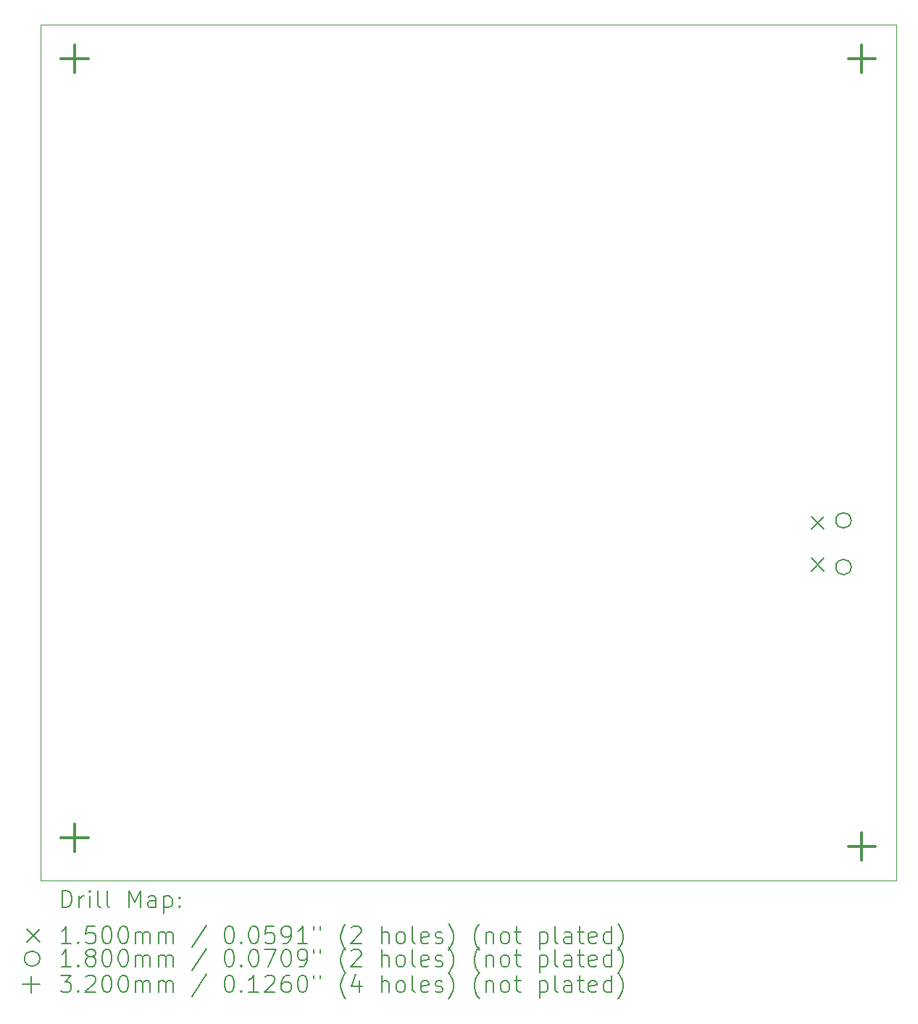
<source format=gbr>
%TF.GenerationSoftware,KiCad,Pcbnew,7.0.11+dfsg-1build4*%
%TF.CreationDate,2025-01-17T06:31:40-06:00*%
%TF.ProjectId,Metermaker,4d657465-726d-4616-9b65-722e6b696361,rev?*%
%TF.SameCoordinates,Original*%
%TF.FileFunction,Drillmap*%
%TF.FilePolarity,Positive*%
%FSLAX45Y45*%
G04 Gerber Fmt 4.5, Leading zero omitted, Abs format (unit mm)*
G04 Created by KiCad (PCBNEW 7.0.11+dfsg-1build4) date 2025-01-17 06:31:40*
%MOMM*%
%LPD*%
G01*
G04 APERTURE LIST*
%ADD10C,0.100000*%
%ADD11C,0.200000*%
%ADD12C,0.150000*%
%ADD13C,0.180000*%
%ADD14C,0.320000*%
G04 APERTURE END LIST*
D10*
X5000000Y-15000000D02*
X5000000Y-5000000D01*
X15000000Y-15000000D02*
X5000000Y-15000000D01*
X5000000Y-5000000D02*
X15000000Y-5000000D01*
X15000000Y-5000000D02*
X15000000Y-15000000D01*
D11*
D12*
X14008000Y-10748500D02*
X14158000Y-10898500D01*
X14158000Y-10748500D02*
X14008000Y-10898500D01*
X14008000Y-11233500D02*
X14158000Y-11383500D01*
X14158000Y-11233500D02*
X14008000Y-11383500D01*
D13*
X14476000Y-10793500D02*
G75*
G03*
X14296000Y-10793500I-90000J0D01*
G01*
X14296000Y-10793500D02*
G75*
G03*
X14476000Y-10793500I90000J0D01*
G01*
X14476000Y-11338500D02*
G75*
G03*
X14296000Y-11338500I-90000J0D01*
G01*
X14296000Y-11338500D02*
G75*
G03*
X14476000Y-11338500I90000J0D01*
G01*
D14*
X5400000Y-5240000D02*
X5400000Y-5560000D01*
X5240000Y-5400000D02*
X5560000Y-5400000D01*
X5400000Y-14340000D02*
X5400000Y-14660000D01*
X5240000Y-14500000D02*
X5560000Y-14500000D01*
X14600000Y-5240000D02*
X14600000Y-5560000D01*
X14440000Y-5400000D02*
X14760000Y-5400000D01*
X14600000Y-14440000D02*
X14600000Y-14760000D01*
X14440000Y-14600000D02*
X14760000Y-14600000D01*
D11*
X5255777Y-15316484D02*
X5255777Y-15116484D01*
X5255777Y-15116484D02*
X5303396Y-15116484D01*
X5303396Y-15116484D02*
X5331967Y-15126008D01*
X5331967Y-15126008D02*
X5351015Y-15145055D01*
X5351015Y-15145055D02*
X5360539Y-15164103D01*
X5360539Y-15164103D02*
X5370063Y-15202198D01*
X5370063Y-15202198D02*
X5370063Y-15230769D01*
X5370063Y-15230769D02*
X5360539Y-15268865D01*
X5360539Y-15268865D02*
X5351015Y-15287912D01*
X5351015Y-15287912D02*
X5331967Y-15306960D01*
X5331967Y-15306960D02*
X5303396Y-15316484D01*
X5303396Y-15316484D02*
X5255777Y-15316484D01*
X5455777Y-15316484D02*
X5455777Y-15183150D01*
X5455777Y-15221246D02*
X5465301Y-15202198D01*
X5465301Y-15202198D02*
X5474824Y-15192674D01*
X5474824Y-15192674D02*
X5493872Y-15183150D01*
X5493872Y-15183150D02*
X5512920Y-15183150D01*
X5579586Y-15316484D02*
X5579586Y-15183150D01*
X5579586Y-15116484D02*
X5570063Y-15126008D01*
X5570063Y-15126008D02*
X5579586Y-15135531D01*
X5579586Y-15135531D02*
X5589110Y-15126008D01*
X5589110Y-15126008D02*
X5579586Y-15116484D01*
X5579586Y-15116484D02*
X5579586Y-15135531D01*
X5703396Y-15316484D02*
X5684348Y-15306960D01*
X5684348Y-15306960D02*
X5674824Y-15287912D01*
X5674824Y-15287912D02*
X5674824Y-15116484D01*
X5808158Y-15316484D02*
X5789110Y-15306960D01*
X5789110Y-15306960D02*
X5779586Y-15287912D01*
X5779586Y-15287912D02*
X5779586Y-15116484D01*
X6036729Y-15316484D02*
X6036729Y-15116484D01*
X6036729Y-15116484D02*
X6103396Y-15259341D01*
X6103396Y-15259341D02*
X6170062Y-15116484D01*
X6170062Y-15116484D02*
X6170062Y-15316484D01*
X6351015Y-15316484D02*
X6351015Y-15211722D01*
X6351015Y-15211722D02*
X6341491Y-15192674D01*
X6341491Y-15192674D02*
X6322443Y-15183150D01*
X6322443Y-15183150D02*
X6284348Y-15183150D01*
X6284348Y-15183150D02*
X6265301Y-15192674D01*
X6351015Y-15306960D02*
X6331967Y-15316484D01*
X6331967Y-15316484D02*
X6284348Y-15316484D01*
X6284348Y-15316484D02*
X6265301Y-15306960D01*
X6265301Y-15306960D02*
X6255777Y-15287912D01*
X6255777Y-15287912D02*
X6255777Y-15268865D01*
X6255777Y-15268865D02*
X6265301Y-15249817D01*
X6265301Y-15249817D02*
X6284348Y-15240293D01*
X6284348Y-15240293D02*
X6331967Y-15240293D01*
X6331967Y-15240293D02*
X6351015Y-15230769D01*
X6446253Y-15183150D02*
X6446253Y-15383150D01*
X6446253Y-15192674D02*
X6465301Y-15183150D01*
X6465301Y-15183150D02*
X6503396Y-15183150D01*
X6503396Y-15183150D02*
X6522443Y-15192674D01*
X6522443Y-15192674D02*
X6531967Y-15202198D01*
X6531967Y-15202198D02*
X6541491Y-15221246D01*
X6541491Y-15221246D02*
X6541491Y-15278388D01*
X6541491Y-15278388D02*
X6531967Y-15297436D01*
X6531967Y-15297436D02*
X6522443Y-15306960D01*
X6522443Y-15306960D02*
X6503396Y-15316484D01*
X6503396Y-15316484D02*
X6465301Y-15316484D01*
X6465301Y-15316484D02*
X6446253Y-15306960D01*
X6627205Y-15297436D02*
X6636729Y-15306960D01*
X6636729Y-15306960D02*
X6627205Y-15316484D01*
X6627205Y-15316484D02*
X6617682Y-15306960D01*
X6617682Y-15306960D02*
X6627205Y-15297436D01*
X6627205Y-15297436D02*
X6627205Y-15316484D01*
X6627205Y-15192674D02*
X6636729Y-15202198D01*
X6636729Y-15202198D02*
X6627205Y-15211722D01*
X6627205Y-15211722D02*
X6617682Y-15202198D01*
X6617682Y-15202198D02*
X6627205Y-15192674D01*
X6627205Y-15192674D02*
X6627205Y-15211722D01*
D12*
X4845000Y-15570000D02*
X4995000Y-15720000D01*
X4995000Y-15570000D02*
X4845000Y-15720000D01*
D11*
X5360539Y-15736484D02*
X5246253Y-15736484D01*
X5303396Y-15736484D02*
X5303396Y-15536484D01*
X5303396Y-15536484D02*
X5284348Y-15565055D01*
X5284348Y-15565055D02*
X5265301Y-15584103D01*
X5265301Y-15584103D02*
X5246253Y-15593627D01*
X5446253Y-15717436D02*
X5455777Y-15726960D01*
X5455777Y-15726960D02*
X5446253Y-15736484D01*
X5446253Y-15736484D02*
X5436729Y-15726960D01*
X5436729Y-15726960D02*
X5446253Y-15717436D01*
X5446253Y-15717436D02*
X5446253Y-15736484D01*
X5636729Y-15536484D02*
X5541491Y-15536484D01*
X5541491Y-15536484D02*
X5531967Y-15631722D01*
X5531967Y-15631722D02*
X5541491Y-15622198D01*
X5541491Y-15622198D02*
X5560539Y-15612674D01*
X5560539Y-15612674D02*
X5608158Y-15612674D01*
X5608158Y-15612674D02*
X5627205Y-15622198D01*
X5627205Y-15622198D02*
X5636729Y-15631722D01*
X5636729Y-15631722D02*
X5646253Y-15650769D01*
X5646253Y-15650769D02*
X5646253Y-15698388D01*
X5646253Y-15698388D02*
X5636729Y-15717436D01*
X5636729Y-15717436D02*
X5627205Y-15726960D01*
X5627205Y-15726960D02*
X5608158Y-15736484D01*
X5608158Y-15736484D02*
X5560539Y-15736484D01*
X5560539Y-15736484D02*
X5541491Y-15726960D01*
X5541491Y-15726960D02*
X5531967Y-15717436D01*
X5770062Y-15536484D02*
X5789110Y-15536484D01*
X5789110Y-15536484D02*
X5808158Y-15546008D01*
X5808158Y-15546008D02*
X5817682Y-15555531D01*
X5817682Y-15555531D02*
X5827205Y-15574579D01*
X5827205Y-15574579D02*
X5836729Y-15612674D01*
X5836729Y-15612674D02*
X5836729Y-15660293D01*
X5836729Y-15660293D02*
X5827205Y-15698388D01*
X5827205Y-15698388D02*
X5817682Y-15717436D01*
X5817682Y-15717436D02*
X5808158Y-15726960D01*
X5808158Y-15726960D02*
X5789110Y-15736484D01*
X5789110Y-15736484D02*
X5770062Y-15736484D01*
X5770062Y-15736484D02*
X5751015Y-15726960D01*
X5751015Y-15726960D02*
X5741491Y-15717436D01*
X5741491Y-15717436D02*
X5731967Y-15698388D01*
X5731967Y-15698388D02*
X5722443Y-15660293D01*
X5722443Y-15660293D02*
X5722443Y-15612674D01*
X5722443Y-15612674D02*
X5731967Y-15574579D01*
X5731967Y-15574579D02*
X5741491Y-15555531D01*
X5741491Y-15555531D02*
X5751015Y-15546008D01*
X5751015Y-15546008D02*
X5770062Y-15536484D01*
X5960539Y-15536484D02*
X5979586Y-15536484D01*
X5979586Y-15536484D02*
X5998634Y-15546008D01*
X5998634Y-15546008D02*
X6008158Y-15555531D01*
X6008158Y-15555531D02*
X6017682Y-15574579D01*
X6017682Y-15574579D02*
X6027205Y-15612674D01*
X6027205Y-15612674D02*
X6027205Y-15660293D01*
X6027205Y-15660293D02*
X6017682Y-15698388D01*
X6017682Y-15698388D02*
X6008158Y-15717436D01*
X6008158Y-15717436D02*
X5998634Y-15726960D01*
X5998634Y-15726960D02*
X5979586Y-15736484D01*
X5979586Y-15736484D02*
X5960539Y-15736484D01*
X5960539Y-15736484D02*
X5941491Y-15726960D01*
X5941491Y-15726960D02*
X5931967Y-15717436D01*
X5931967Y-15717436D02*
X5922443Y-15698388D01*
X5922443Y-15698388D02*
X5912920Y-15660293D01*
X5912920Y-15660293D02*
X5912920Y-15612674D01*
X5912920Y-15612674D02*
X5922443Y-15574579D01*
X5922443Y-15574579D02*
X5931967Y-15555531D01*
X5931967Y-15555531D02*
X5941491Y-15546008D01*
X5941491Y-15546008D02*
X5960539Y-15536484D01*
X6112920Y-15736484D02*
X6112920Y-15603150D01*
X6112920Y-15622198D02*
X6122443Y-15612674D01*
X6122443Y-15612674D02*
X6141491Y-15603150D01*
X6141491Y-15603150D02*
X6170063Y-15603150D01*
X6170063Y-15603150D02*
X6189110Y-15612674D01*
X6189110Y-15612674D02*
X6198634Y-15631722D01*
X6198634Y-15631722D02*
X6198634Y-15736484D01*
X6198634Y-15631722D02*
X6208158Y-15612674D01*
X6208158Y-15612674D02*
X6227205Y-15603150D01*
X6227205Y-15603150D02*
X6255777Y-15603150D01*
X6255777Y-15603150D02*
X6274824Y-15612674D01*
X6274824Y-15612674D02*
X6284348Y-15631722D01*
X6284348Y-15631722D02*
X6284348Y-15736484D01*
X6379586Y-15736484D02*
X6379586Y-15603150D01*
X6379586Y-15622198D02*
X6389110Y-15612674D01*
X6389110Y-15612674D02*
X6408158Y-15603150D01*
X6408158Y-15603150D02*
X6436729Y-15603150D01*
X6436729Y-15603150D02*
X6455777Y-15612674D01*
X6455777Y-15612674D02*
X6465301Y-15631722D01*
X6465301Y-15631722D02*
X6465301Y-15736484D01*
X6465301Y-15631722D02*
X6474824Y-15612674D01*
X6474824Y-15612674D02*
X6493872Y-15603150D01*
X6493872Y-15603150D02*
X6522443Y-15603150D01*
X6522443Y-15603150D02*
X6541491Y-15612674D01*
X6541491Y-15612674D02*
X6551015Y-15631722D01*
X6551015Y-15631722D02*
X6551015Y-15736484D01*
X6941491Y-15526960D02*
X6770063Y-15784103D01*
X7198634Y-15536484D02*
X7217682Y-15536484D01*
X7217682Y-15536484D02*
X7236729Y-15546008D01*
X7236729Y-15546008D02*
X7246253Y-15555531D01*
X7246253Y-15555531D02*
X7255777Y-15574579D01*
X7255777Y-15574579D02*
X7265301Y-15612674D01*
X7265301Y-15612674D02*
X7265301Y-15660293D01*
X7265301Y-15660293D02*
X7255777Y-15698388D01*
X7255777Y-15698388D02*
X7246253Y-15717436D01*
X7246253Y-15717436D02*
X7236729Y-15726960D01*
X7236729Y-15726960D02*
X7217682Y-15736484D01*
X7217682Y-15736484D02*
X7198634Y-15736484D01*
X7198634Y-15736484D02*
X7179586Y-15726960D01*
X7179586Y-15726960D02*
X7170063Y-15717436D01*
X7170063Y-15717436D02*
X7160539Y-15698388D01*
X7160539Y-15698388D02*
X7151015Y-15660293D01*
X7151015Y-15660293D02*
X7151015Y-15612674D01*
X7151015Y-15612674D02*
X7160539Y-15574579D01*
X7160539Y-15574579D02*
X7170063Y-15555531D01*
X7170063Y-15555531D02*
X7179586Y-15546008D01*
X7179586Y-15546008D02*
X7198634Y-15536484D01*
X7351015Y-15717436D02*
X7360539Y-15726960D01*
X7360539Y-15726960D02*
X7351015Y-15736484D01*
X7351015Y-15736484D02*
X7341491Y-15726960D01*
X7341491Y-15726960D02*
X7351015Y-15717436D01*
X7351015Y-15717436D02*
X7351015Y-15736484D01*
X7484348Y-15536484D02*
X7503396Y-15536484D01*
X7503396Y-15536484D02*
X7522444Y-15546008D01*
X7522444Y-15546008D02*
X7531967Y-15555531D01*
X7531967Y-15555531D02*
X7541491Y-15574579D01*
X7541491Y-15574579D02*
X7551015Y-15612674D01*
X7551015Y-15612674D02*
X7551015Y-15660293D01*
X7551015Y-15660293D02*
X7541491Y-15698388D01*
X7541491Y-15698388D02*
X7531967Y-15717436D01*
X7531967Y-15717436D02*
X7522444Y-15726960D01*
X7522444Y-15726960D02*
X7503396Y-15736484D01*
X7503396Y-15736484D02*
X7484348Y-15736484D01*
X7484348Y-15736484D02*
X7465301Y-15726960D01*
X7465301Y-15726960D02*
X7455777Y-15717436D01*
X7455777Y-15717436D02*
X7446253Y-15698388D01*
X7446253Y-15698388D02*
X7436729Y-15660293D01*
X7436729Y-15660293D02*
X7436729Y-15612674D01*
X7436729Y-15612674D02*
X7446253Y-15574579D01*
X7446253Y-15574579D02*
X7455777Y-15555531D01*
X7455777Y-15555531D02*
X7465301Y-15546008D01*
X7465301Y-15546008D02*
X7484348Y-15536484D01*
X7731967Y-15536484D02*
X7636729Y-15536484D01*
X7636729Y-15536484D02*
X7627206Y-15631722D01*
X7627206Y-15631722D02*
X7636729Y-15622198D01*
X7636729Y-15622198D02*
X7655777Y-15612674D01*
X7655777Y-15612674D02*
X7703396Y-15612674D01*
X7703396Y-15612674D02*
X7722444Y-15622198D01*
X7722444Y-15622198D02*
X7731967Y-15631722D01*
X7731967Y-15631722D02*
X7741491Y-15650769D01*
X7741491Y-15650769D02*
X7741491Y-15698388D01*
X7741491Y-15698388D02*
X7731967Y-15717436D01*
X7731967Y-15717436D02*
X7722444Y-15726960D01*
X7722444Y-15726960D02*
X7703396Y-15736484D01*
X7703396Y-15736484D02*
X7655777Y-15736484D01*
X7655777Y-15736484D02*
X7636729Y-15726960D01*
X7636729Y-15726960D02*
X7627206Y-15717436D01*
X7836729Y-15736484D02*
X7874825Y-15736484D01*
X7874825Y-15736484D02*
X7893872Y-15726960D01*
X7893872Y-15726960D02*
X7903396Y-15717436D01*
X7903396Y-15717436D02*
X7922444Y-15688865D01*
X7922444Y-15688865D02*
X7931967Y-15650769D01*
X7931967Y-15650769D02*
X7931967Y-15574579D01*
X7931967Y-15574579D02*
X7922444Y-15555531D01*
X7922444Y-15555531D02*
X7912920Y-15546008D01*
X7912920Y-15546008D02*
X7893872Y-15536484D01*
X7893872Y-15536484D02*
X7855777Y-15536484D01*
X7855777Y-15536484D02*
X7836729Y-15546008D01*
X7836729Y-15546008D02*
X7827206Y-15555531D01*
X7827206Y-15555531D02*
X7817682Y-15574579D01*
X7817682Y-15574579D02*
X7817682Y-15622198D01*
X7817682Y-15622198D02*
X7827206Y-15641246D01*
X7827206Y-15641246D02*
X7836729Y-15650769D01*
X7836729Y-15650769D02*
X7855777Y-15660293D01*
X7855777Y-15660293D02*
X7893872Y-15660293D01*
X7893872Y-15660293D02*
X7912920Y-15650769D01*
X7912920Y-15650769D02*
X7922444Y-15641246D01*
X7922444Y-15641246D02*
X7931967Y-15622198D01*
X8122444Y-15736484D02*
X8008158Y-15736484D01*
X8065301Y-15736484D02*
X8065301Y-15536484D01*
X8065301Y-15536484D02*
X8046253Y-15565055D01*
X8046253Y-15565055D02*
X8027206Y-15584103D01*
X8027206Y-15584103D02*
X8008158Y-15593627D01*
X8198634Y-15536484D02*
X8198634Y-15574579D01*
X8274825Y-15536484D02*
X8274825Y-15574579D01*
X8570063Y-15812674D02*
X8560539Y-15803150D01*
X8560539Y-15803150D02*
X8541491Y-15774579D01*
X8541491Y-15774579D02*
X8531968Y-15755531D01*
X8531968Y-15755531D02*
X8522444Y-15726960D01*
X8522444Y-15726960D02*
X8512920Y-15679341D01*
X8512920Y-15679341D02*
X8512920Y-15641246D01*
X8512920Y-15641246D02*
X8522444Y-15593627D01*
X8522444Y-15593627D02*
X8531968Y-15565055D01*
X8531968Y-15565055D02*
X8541491Y-15546008D01*
X8541491Y-15546008D02*
X8560539Y-15517436D01*
X8560539Y-15517436D02*
X8570063Y-15507912D01*
X8636730Y-15555531D02*
X8646253Y-15546008D01*
X8646253Y-15546008D02*
X8665301Y-15536484D01*
X8665301Y-15536484D02*
X8712920Y-15536484D01*
X8712920Y-15536484D02*
X8731968Y-15546008D01*
X8731968Y-15546008D02*
X8741491Y-15555531D01*
X8741491Y-15555531D02*
X8751015Y-15574579D01*
X8751015Y-15574579D02*
X8751015Y-15593627D01*
X8751015Y-15593627D02*
X8741491Y-15622198D01*
X8741491Y-15622198D02*
X8627206Y-15736484D01*
X8627206Y-15736484D02*
X8751015Y-15736484D01*
X8989111Y-15736484D02*
X8989111Y-15536484D01*
X9074825Y-15736484D02*
X9074825Y-15631722D01*
X9074825Y-15631722D02*
X9065301Y-15612674D01*
X9065301Y-15612674D02*
X9046253Y-15603150D01*
X9046253Y-15603150D02*
X9017682Y-15603150D01*
X9017682Y-15603150D02*
X8998634Y-15612674D01*
X8998634Y-15612674D02*
X8989111Y-15622198D01*
X9198634Y-15736484D02*
X9179587Y-15726960D01*
X9179587Y-15726960D02*
X9170063Y-15717436D01*
X9170063Y-15717436D02*
X9160539Y-15698388D01*
X9160539Y-15698388D02*
X9160539Y-15641246D01*
X9160539Y-15641246D02*
X9170063Y-15622198D01*
X9170063Y-15622198D02*
X9179587Y-15612674D01*
X9179587Y-15612674D02*
X9198634Y-15603150D01*
X9198634Y-15603150D02*
X9227206Y-15603150D01*
X9227206Y-15603150D02*
X9246253Y-15612674D01*
X9246253Y-15612674D02*
X9255777Y-15622198D01*
X9255777Y-15622198D02*
X9265301Y-15641246D01*
X9265301Y-15641246D02*
X9265301Y-15698388D01*
X9265301Y-15698388D02*
X9255777Y-15717436D01*
X9255777Y-15717436D02*
X9246253Y-15726960D01*
X9246253Y-15726960D02*
X9227206Y-15736484D01*
X9227206Y-15736484D02*
X9198634Y-15736484D01*
X9379587Y-15736484D02*
X9360539Y-15726960D01*
X9360539Y-15726960D02*
X9351015Y-15707912D01*
X9351015Y-15707912D02*
X9351015Y-15536484D01*
X9531968Y-15726960D02*
X9512920Y-15736484D01*
X9512920Y-15736484D02*
X9474825Y-15736484D01*
X9474825Y-15736484D02*
X9455777Y-15726960D01*
X9455777Y-15726960D02*
X9446253Y-15707912D01*
X9446253Y-15707912D02*
X9446253Y-15631722D01*
X9446253Y-15631722D02*
X9455777Y-15612674D01*
X9455777Y-15612674D02*
X9474825Y-15603150D01*
X9474825Y-15603150D02*
X9512920Y-15603150D01*
X9512920Y-15603150D02*
X9531968Y-15612674D01*
X9531968Y-15612674D02*
X9541492Y-15631722D01*
X9541492Y-15631722D02*
X9541492Y-15650769D01*
X9541492Y-15650769D02*
X9446253Y-15669817D01*
X9617682Y-15726960D02*
X9636730Y-15736484D01*
X9636730Y-15736484D02*
X9674825Y-15736484D01*
X9674825Y-15736484D02*
X9693873Y-15726960D01*
X9693873Y-15726960D02*
X9703396Y-15707912D01*
X9703396Y-15707912D02*
X9703396Y-15698388D01*
X9703396Y-15698388D02*
X9693873Y-15679341D01*
X9693873Y-15679341D02*
X9674825Y-15669817D01*
X9674825Y-15669817D02*
X9646253Y-15669817D01*
X9646253Y-15669817D02*
X9627206Y-15660293D01*
X9627206Y-15660293D02*
X9617682Y-15641246D01*
X9617682Y-15641246D02*
X9617682Y-15631722D01*
X9617682Y-15631722D02*
X9627206Y-15612674D01*
X9627206Y-15612674D02*
X9646253Y-15603150D01*
X9646253Y-15603150D02*
X9674825Y-15603150D01*
X9674825Y-15603150D02*
X9693873Y-15612674D01*
X9770063Y-15812674D02*
X9779587Y-15803150D01*
X9779587Y-15803150D02*
X9798634Y-15774579D01*
X9798634Y-15774579D02*
X9808158Y-15755531D01*
X9808158Y-15755531D02*
X9817682Y-15726960D01*
X9817682Y-15726960D02*
X9827206Y-15679341D01*
X9827206Y-15679341D02*
X9827206Y-15641246D01*
X9827206Y-15641246D02*
X9817682Y-15593627D01*
X9817682Y-15593627D02*
X9808158Y-15565055D01*
X9808158Y-15565055D02*
X9798634Y-15546008D01*
X9798634Y-15546008D02*
X9779587Y-15517436D01*
X9779587Y-15517436D02*
X9770063Y-15507912D01*
X10131968Y-15812674D02*
X10122444Y-15803150D01*
X10122444Y-15803150D02*
X10103396Y-15774579D01*
X10103396Y-15774579D02*
X10093873Y-15755531D01*
X10093873Y-15755531D02*
X10084349Y-15726960D01*
X10084349Y-15726960D02*
X10074825Y-15679341D01*
X10074825Y-15679341D02*
X10074825Y-15641246D01*
X10074825Y-15641246D02*
X10084349Y-15593627D01*
X10084349Y-15593627D02*
X10093873Y-15565055D01*
X10093873Y-15565055D02*
X10103396Y-15546008D01*
X10103396Y-15546008D02*
X10122444Y-15517436D01*
X10122444Y-15517436D02*
X10131968Y-15507912D01*
X10208158Y-15603150D02*
X10208158Y-15736484D01*
X10208158Y-15622198D02*
X10217682Y-15612674D01*
X10217682Y-15612674D02*
X10236730Y-15603150D01*
X10236730Y-15603150D02*
X10265301Y-15603150D01*
X10265301Y-15603150D02*
X10284349Y-15612674D01*
X10284349Y-15612674D02*
X10293873Y-15631722D01*
X10293873Y-15631722D02*
X10293873Y-15736484D01*
X10417682Y-15736484D02*
X10398634Y-15726960D01*
X10398634Y-15726960D02*
X10389111Y-15717436D01*
X10389111Y-15717436D02*
X10379587Y-15698388D01*
X10379587Y-15698388D02*
X10379587Y-15641246D01*
X10379587Y-15641246D02*
X10389111Y-15622198D01*
X10389111Y-15622198D02*
X10398634Y-15612674D01*
X10398634Y-15612674D02*
X10417682Y-15603150D01*
X10417682Y-15603150D02*
X10446254Y-15603150D01*
X10446254Y-15603150D02*
X10465301Y-15612674D01*
X10465301Y-15612674D02*
X10474825Y-15622198D01*
X10474825Y-15622198D02*
X10484349Y-15641246D01*
X10484349Y-15641246D02*
X10484349Y-15698388D01*
X10484349Y-15698388D02*
X10474825Y-15717436D01*
X10474825Y-15717436D02*
X10465301Y-15726960D01*
X10465301Y-15726960D02*
X10446254Y-15736484D01*
X10446254Y-15736484D02*
X10417682Y-15736484D01*
X10541492Y-15603150D02*
X10617682Y-15603150D01*
X10570063Y-15536484D02*
X10570063Y-15707912D01*
X10570063Y-15707912D02*
X10579587Y-15726960D01*
X10579587Y-15726960D02*
X10598634Y-15736484D01*
X10598634Y-15736484D02*
X10617682Y-15736484D01*
X10836730Y-15603150D02*
X10836730Y-15803150D01*
X10836730Y-15612674D02*
X10855777Y-15603150D01*
X10855777Y-15603150D02*
X10893873Y-15603150D01*
X10893873Y-15603150D02*
X10912920Y-15612674D01*
X10912920Y-15612674D02*
X10922444Y-15622198D01*
X10922444Y-15622198D02*
X10931968Y-15641246D01*
X10931968Y-15641246D02*
X10931968Y-15698388D01*
X10931968Y-15698388D02*
X10922444Y-15717436D01*
X10922444Y-15717436D02*
X10912920Y-15726960D01*
X10912920Y-15726960D02*
X10893873Y-15736484D01*
X10893873Y-15736484D02*
X10855777Y-15736484D01*
X10855777Y-15736484D02*
X10836730Y-15726960D01*
X11046254Y-15736484D02*
X11027206Y-15726960D01*
X11027206Y-15726960D02*
X11017682Y-15707912D01*
X11017682Y-15707912D02*
X11017682Y-15536484D01*
X11208158Y-15736484D02*
X11208158Y-15631722D01*
X11208158Y-15631722D02*
X11198634Y-15612674D01*
X11198634Y-15612674D02*
X11179587Y-15603150D01*
X11179587Y-15603150D02*
X11141492Y-15603150D01*
X11141492Y-15603150D02*
X11122444Y-15612674D01*
X11208158Y-15726960D02*
X11189111Y-15736484D01*
X11189111Y-15736484D02*
X11141492Y-15736484D01*
X11141492Y-15736484D02*
X11122444Y-15726960D01*
X11122444Y-15726960D02*
X11112920Y-15707912D01*
X11112920Y-15707912D02*
X11112920Y-15688865D01*
X11112920Y-15688865D02*
X11122444Y-15669817D01*
X11122444Y-15669817D02*
X11141492Y-15660293D01*
X11141492Y-15660293D02*
X11189111Y-15660293D01*
X11189111Y-15660293D02*
X11208158Y-15650769D01*
X11274825Y-15603150D02*
X11351015Y-15603150D01*
X11303396Y-15536484D02*
X11303396Y-15707912D01*
X11303396Y-15707912D02*
X11312920Y-15726960D01*
X11312920Y-15726960D02*
X11331968Y-15736484D01*
X11331968Y-15736484D02*
X11351015Y-15736484D01*
X11493873Y-15726960D02*
X11474825Y-15736484D01*
X11474825Y-15736484D02*
X11436730Y-15736484D01*
X11436730Y-15736484D02*
X11417682Y-15726960D01*
X11417682Y-15726960D02*
X11408158Y-15707912D01*
X11408158Y-15707912D02*
X11408158Y-15631722D01*
X11408158Y-15631722D02*
X11417682Y-15612674D01*
X11417682Y-15612674D02*
X11436730Y-15603150D01*
X11436730Y-15603150D02*
X11474825Y-15603150D01*
X11474825Y-15603150D02*
X11493873Y-15612674D01*
X11493873Y-15612674D02*
X11503396Y-15631722D01*
X11503396Y-15631722D02*
X11503396Y-15650769D01*
X11503396Y-15650769D02*
X11408158Y-15669817D01*
X11674825Y-15736484D02*
X11674825Y-15536484D01*
X11674825Y-15726960D02*
X11655777Y-15736484D01*
X11655777Y-15736484D02*
X11617682Y-15736484D01*
X11617682Y-15736484D02*
X11598634Y-15726960D01*
X11598634Y-15726960D02*
X11589111Y-15717436D01*
X11589111Y-15717436D02*
X11579587Y-15698388D01*
X11579587Y-15698388D02*
X11579587Y-15641246D01*
X11579587Y-15641246D02*
X11589111Y-15622198D01*
X11589111Y-15622198D02*
X11598634Y-15612674D01*
X11598634Y-15612674D02*
X11617682Y-15603150D01*
X11617682Y-15603150D02*
X11655777Y-15603150D01*
X11655777Y-15603150D02*
X11674825Y-15612674D01*
X11751015Y-15812674D02*
X11760539Y-15803150D01*
X11760539Y-15803150D02*
X11779587Y-15774579D01*
X11779587Y-15774579D02*
X11789111Y-15755531D01*
X11789111Y-15755531D02*
X11798634Y-15726960D01*
X11798634Y-15726960D02*
X11808158Y-15679341D01*
X11808158Y-15679341D02*
X11808158Y-15641246D01*
X11808158Y-15641246D02*
X11798634Y-15593627D01*
X11798634Y-15593627D02*
X11789111Y-15565055D01*
X11789111Y-15565055D02*
X11779587Y-15546008D01*
X11779587Y-15546008D02*
X11760539Y-15517436D01*
X11760539Y-15517436D02*
X11751015Y-15507912D01*
D13*
X4995000Y-15915000D02*
G75*
G03*
X4815000Y-15915000I-90000J0D01*
G01*
X4815000Y-15915000D02*
G75*
G03*
X4995000Y-15915000I90000J0D01*
G01*
D11*
X5360539Y-16006484D02*
X5246253Y-16006484D01*
X5303396Y-16006484D02*
X5303396Y-15806484D01*
X5303396Y-15806484D02*
X5284348Y-15835055D01*
X5284348Y-15835055D02*
X5265301Y-15854103D01*
X5265301Y-15854103D02*
X5246253Y-15863627D01*
X5446253Y-15987436D02*
X5455777Y-15996960D01*
X5455777Y-15996960D02*
X5446253Y-16006484D01*
X5446253Y-16006484D02*
X5436729Y-15996960D01*
X5436729Y-15996960D02*
X5446253Y-15987436D01*
X5446253Y-15987436D02*
X5446253Y-16006484D01*
X5570063Y-15892198D02*
X5551015Y-15882674D01*
X5551015Y-15882674D02*
X5541491Y-15873150D01*
X5541491Y-15873150D02*
X5531967Y-15854103D01*
X5531967Y-15854103D02*
X5531967Y-15844579D01*
X5531967Y-15844579D02*
X5541491Y-15825531D01*
X5541491Y-15825531D02*
X5551015Y-15816008D01*
X5551015Y-15816008D02*
X5570063Y-15806484D01*
X5570063Y-15806484D02*
X5608158Y-15806484D01*
X5608158Y-15806484D02*
X5627205Y-15816008D01*
X5627205Y-15816008D02*
X5636729Y-15825531D01*
X5636729Y-15825531D02*
X5646253Y-15844579D01*
X5646253Y-15844579D02*
X5646253Y-15854103D01*
X5646253Y-15854103D02*
X5636729Y-15873150D01*
X5636729Y-15873150D02*
X5627205Y-15882674D01*
X5627205Y-15882674D02*
X5608158Y-15892198D01*
X5608158Y-15892198D02*
X5570063Y-15892198D01*
X5570063Y-15892198D02*
X5551015Y-15901722D01*
X5551015Y-15901722D02*
X5541491Y-15911246D01*
X5541491Y-15911246D02*
X5531967Y-15930293D01*
X5531967Y-15930293D02*
X5531967Y-15968388D01*
X5531967Y-15968388D02*
X5541491Y-15987436D01*
X5541491Y-15987436D02*
X5551015Y-15996960D01*
X5551015Y-15996960D02*
X5570063Y-16006484D01*
X5570063Y-16006484D02*
X5608158Y-16006484D01*
X5608158Y-16006484D02*
X5627205Y-15996960D01*
X5627205Y-15996960D02*
X5636729Y-15987436D01*
X5636729Y-15987436D02*
X5646253Y-15968388D01*
X5646253Y-15968388D02*
X5646253Y-15930293D01*
X5646253Y-15930293D02*
X5636729Y-15911246D01*
X5636729Y-15911246D02*
X5627205Y-15901722D01*
X5627205Y-15901722D02*
X5608158Y-15892198D01*
X5770062Y-15806484D02*
X5789110Y-15806484D01*
X5789110Y-15806484D02*
X5808158Y-15816008D01*
X5808158Y-15816008D02*
X5817682Y-15825531D01*
X5817682Y-15825531D02*
X5827205Y-15844579D01*
X5827205Y-15844579D02*
X5836729Y-15882674D01*
X5836729Y-15882674D02*
X5836729Y-15930293D01*
X5836729Y-15930293D02*
X5827205Y-15968388D01*
X5827205Y-15968388D02*
X5817682Y-15987436D01*
X5817682Y-15987436D02*
X5808158Y-15996960D01*
X5808158Y-15996960D02*
X5789110Y-16006484D01*
X5789110Y-16006484D02*
X5770062Y-16006484D01*
X5770062Y-16006484D02*
X5751015Y-15996960D01*
X5751015Y-15996960D02*
X5741491Y-15987436D01*
X5741491Y-15987436D02*
X5731967Y-15968388D01*
X5731967Y-15968388D02*
X5722443Y-15930293D01*
X5722443Y-15930293D02*
X5722443Y-15882674D01*
X5722443Y-15882674D02*
X5731967Y-15844579D01*
X5731967Y-15844579D02*
X5741491Y-15825531D01*
X5741491Y-15825531D02*
X5751015Y-15816008D01*
X5751015Y-15816008D02*
X5770062Y-15806484D01*
X5960539Y-15806484D02*
X5979586Y-15806484D01*
X5979586Y-15806484D02*
X5998634Y-15816008D01*
X5998634Y-15816008D02*
X6008158Y-15825531D01*
X6008158Y-15825531D02*
X6017682Y-15844579D01*
X6017682Y-15844579D02*
X6027205Y-15882674D01*
X6027205Y-15882674D02*
X6027205Y-15930293D01*
X6027205Y-15930293D02*
X6017682Y-15968388D01*
X6017682Y-15968388D02*
X6008158Y-15987436D01*
X6008158Y-15987436D02*
X5998634Y-15996960D01*
X5998634Y-15996960D02*
X5979586Y-16006484D01*
X5979586Y-16006484D02*
X5960539Y-16006484D01*
X5960539Y-16006484D02*
X5941491Y-15996960D01*
X5941491Y-15996960D02*
X5931967Y-15987436D01*
X5931967Y-15987436D02*
X5922443Y-15968388D01*
X5922443Y-15968388D02*
X5912920Y-15930293D01*
X5912920Y-15930293D02*
X5912920Y-15882674D01*
X5912920Y-15882674D02*
X5922443Y-15844579D01*
X5922443Y-15844579D02*
X5931967Y-15825531D01*
X5931967Y-15825531D02*
X5941491Y-15816008D01*
X5941491Y-15816008D02*
X5960539Y-15806484D01*
X6112920Y-16006484D02*
X6112920Y-15873150D01*
X6112920Y-15892198D02*
X6122443Y-15882674D01*
X6122443Y-15882674D02*
X6141491Y-15873150D01*
X6141491Y-15873150D02*
X6170063Y-15873150D01*
X6170063Y-15873150D02*
X6189110Y-15882674D01*
X6189110Y-15882674D02*
X6198634Y-15901722D01*
X6198634Y-15901722D02*
X6198634Y-16006484D01*
X6198634Y-15901722D02*
X6208158Y-15882674D01*
X6208158Y-15882674D02*
X6227205Y-15873150D01*
X6227205Y-15873150D02*
X6255777Y-15873150D01*
X6255777Y-15873150D02*
X6274824Y-15882674D01*
X6274824Y-15882674D02*
X6284348Y-15901722D01*
X6284348Y-15901722D02*
X6284348Y-16006484D01*
X6379586Y-16006484D02*
X6379586Y-15873150D01*
X6379586Y-15892198D02*
X6389110Y-15882674D01*
X6389110Y-15882674D02*
X6408158Y-15873150D01*
X6408158Y-15873150D02*
X6436729Y-15873150D01*
X6436729Y-15873150D02*
X6455777Y-15882674D01*
X6455777Y-15882674D02*
X6465301Y-15901722D01*
X6465301Y-15901722D02*
X6465301Y-16006484D01*
X6465301Y-15901722D02*
X6474824Y-15882674D01*
X6474824Y-15882674D02*
X6493872Y-15873150D01*
X6493872Y-15873150D02*
X6522443Y-15873150D01*
X6522443Y-15873150D02*
X6541491Y-15882674D01*
X6541491Y-15882674D02*
X6551015Y-15901722D01*
X6551015Y-15901722D02*
X6551015Y-16006484D01*
X6941491Y-15796960D02*
X6770063Y-16054103D01*
X7198634Y-15806484D02*
X7217682Y-15806484D01*
X7217682Y-15806484D02*
X7236729Y-15816008D01*
X7236729Y-15816008D02*
X7246253Y-15825531D01*
X7246253Y-15825531D02*
X7255777Y-15844579D01*
X7255777Y-15844579D02*
X7265301Y-15882674D01*
X7265301Y-15882674D02*
X7265301Y-15930293D01*
X7265301Y-15930293D02*
X7255777Y-15968388D01*
X7255777Y-15968388D02*
X7246253Y-15987436D01*
X7246253Y-15987436D02*
X7236729Y-15996960D01*
X7236729Y-15996960D02*
X7217682Y-16006484D01*
X7217682Y-16006484D02*
X7198634Y-16006484D01*
X7198634Y-16006484D02*
X7179586Y-15996960D01*
X7179586Y-15996960D02*
X7170063Y-15987436D01*
X7170063Y-15987436D02*
X7160539Y-15968388D01*
X7160539Y-15968388D02*
X7151015Y-15930293D01*
X7151015Y-15930293D02*
X7151015Y-15882674D01*
X7151015Y-15882674D02*
X7160539Y-15844579D01*
X7160539Y-15844579D02*
X7170063Y-15825531D01*
X7170063Y-15825531D02*
X7179586Y-15816008D01*
X7179586Y-15816008D02*
X7198634Y-15806484D01*
X7351015Y-15987436D02*
X7360539Y-15996960D01*
X7360539Y-15996960D02*
X7351015Y-16006484D01*
X7351015Y-16006484D02*
X7341491Y-15996960D01*
X7341491Y-15996960D02*
X7351015Y-15987436D01*
X7351015Y-15987436D02*
X7351015Y-16006484D01*
X7484348Y-15806484D02*
X7503396Y-15806484D01*
X7503396Y-15806484D02*
X7522444Y-15816008D01*
X7522444Y-15816008D02*
X7531967Y-15825531D01*
X7531967Y-15825531D02*
X7541491Y-15844579D01*
X7541491Y-15844579D02*
X7551015Y-15882674D01*
X7551015Y-15882674D02*
X7551015Y-15930293D01*
X7551015Y-15930293D02*
X7541491Y-15968388D01*
X7541491Y-15968388D02*
X7531967Y-15987436D01*
X7531967Y-15987436D02*
X7522444Y-15996960D01*
X7522444Y-15996960D02*
X7503396Y-16006484D01*
X7503396Y-16006484D02*
X7484348Y-16006484D01*
X7484348Y-16006484D02*
X7465301Y-15996960D01*
X7465301Y-15996960D02*
X7455777Y-15987436D01*
X7455777Y-15987436D02*
X7446253Y-15968388D01*
X7446253Y-15968388D02*
X7436729Y-15930293D01*
X7436729Y-15930293D02*
X7436729Y-15882674D01*
X7436729Y-15882674D02*
X7446253Y-15844579D01*
X7446253Y-15844579D02*
X7455777Y-15825531D01*
X7455777Y-15825531D02*
X7465301Y-15816008D01*
X7465301Y-15816008D02*
X7484348Y-15806484D01*
X7617682Y-15806484D02*
X7751015Y-15806484D01*
X7751015Y-15806484D02*
X7665301Y-16006484D01*
X7865301Y-15806484D02*
X7884348Y-15806484D01*
X7884348Y-15806484D02*
X7903396Y-15816008D01*
X7903396Y-15816008D02*
X7912920Y-15825531D01*
X7912920Y-15825531D02*
X7922444Y-15844579D01*
X7922444Y-15844579D02*
X7931967Y-15882674D01*
X7931967Y-15882674D02*
X7931967Y-15930293D01*
X7931967Y-15930293D02*
X7922444Y-15968388D01*
X7922444Y-15968388D02*
X7912920Y-15987436D01*
X7912920Y-15987436D02*
X7903396Y-15996960D01*
X7903396Y-15996960D02*
X7884348Y-16006484D01*
X7884348Y-16006484D02*
X7865301Y-16006484D01*
X7865301Y-16006484D02*
X7846253Y-15996960D01*
X7846253Y-15996960D02*
X7836729Y-15987436D01*
X7836729Y-15987436D02*
X7827206Y-15968388D01*
X7827206Y-15968388D02*
X7817682Y-15930293D01*
X7817682Y-15930293D02*
X7817682Y-15882674D01*
X7817682Y-15882674D02*
X7827206Y-15844579D01*
X7827206Y-15844579D02*
X7836729Y-15825531D01*
X7836729Y-15825531D02*
X7846253Y-15816008D01*
X7846253Y-15816008D02*
X7865301Y-15806484D01*
X8027206Y-16006484D02*
X8065301Y-16006484D01*
X8065301Y-16006484D02*
X8084348Y-15996960D01*
X8084348Y-15996960D02*
X8093872Y-15987436D01*
X8093872Y-15987436D02*
X8112920Y-15958865D01*
X8112920Y-15958865D02*
X8122444Y-15920769D01*
X8122444Y-15920769D02*
X8122444Y-15844579D01*
X8122444Y-15844579D02*
X8112920Y-15825531D01*
X8112920Y-15825531D02*
X8103396Y-15816008D01*
X8103396Y-15816008D02*
X8084348Y-15806484D01*
X8084348Y-15806484D02*
X8046253Y-15806484D01*
X8046253Y-15806484D02*
X8027206Y-15816008D01*
X8027206Y-15816008D02*
X8017682Y-15825531D01*
X8017682Y-15825531D02*
X8008158Y-15844579D01*
X8008158Y-15844579D02*
X8008158Y-15892198D01*
X8008158Y-15892198D02*
X8017682Y-15911246D01*
X8017682Y-15911246D02*
X8027206Y-15920769D01*
X8027206Y-15920769D02*
X8046253Y-15930293D01*
X8046253Y-15930293D02*
X8084348Y-15930293D01*
X8084348Y-15930293D02*
X8103396Y-15920769D01*
X8103396Y-15920769D02*
X8112920Y-15911246D01*
X8112920Y-15911246D02*
X8122444Y-15892198D01*
X8198634Y-15806484D02*
X8198634Y-15844579D01*
X8274825Y-15806484D02*
X8274825Y-15844579D01*
X8570063Y-16082674D02*
X8560539Y-16073150D01*
X8560539Y-16073150D02*
X8541491Y-16044579D01*
X8541491Y-16044579D02*
X8531968Y-16025531D01*
X8531968Y-16025531D02*
X8522444Y-15996960D01*
X8522444Y-15996960D02*
X8512920Y-15949341D01*
X8512920Y-15949341D02*
X8512920Y-15911246D01*
X8512920Y-15911246D02*
X8522444Y-15863627D01*
X8522444Y-15863627D02*
X8531968Y-15835055D01*
X8531968Y-15835055D02*
X8541491Y-15816008D01*
X8541491Y-15816008D02*
X8560539Y-15787436D01*
X8560539Y-15787436D02*
X8570063Y-15777912D01*
X8636730Y-15825531D02*
X8646253Y-15816008D01*
X8646253Y-15816008D02*
X8665301Y-15806484D01*
X8665301Y-15806484D02*
X8712920Y-15806484D01*
X8712920Y-15806484D02*
X8731968Y-15816008D01*
X8731968Y-15816008D02*
X8741491Y-15825531D01*
X8741491Y-15825531D02*
X8751015Y-15844579D01*
X8751015Y-15844579D02*
X8751015Y-15863627D01*
X8751015Y-15863627D02*
X8741491Y-15892198D01*
X8741491Y-15892198D02*
X8627206Y-16006484D01*
X8627206Y-16006484D02*
X8751015Y-16006484D01*
X8989111Y-16006484D02*
X8989111Y-15806484D01*
X9074825Y-16006484D02*
X9074825Y-15901722D01*
X9074825Y-15901722D02*
X9065301Y-15882674D01*
X9065301Y-15882674D02*
X9046253Y-15873150D01*
X9046253Y-15873150D02*
X9017682Y-15873150D01*
X9017682Y-15873150D02*
X8998634Y-15882674D01*
X8998634Y-15882674D02*
X8989111Y-15892198D01*
X9198634Y-16006484D02*
X9179587Y-15996960D01*
X9179587Y-15996960D02*
X9170063Y-15987436D01*
X9170063Y-15987436D02*
X9160539Y-15968388D01*
X9160539Y-15968388D02*
X9160539Y-15911246D01*
X9160539Y-15911246D02*
X9170063Y-15892198D01*
X9170063Y-15892198D02*
X9179587Y-15882674D01*
X9179587Y-15882674D02*
X9198634Y-15873150D01*
X9198634Y-15873150D02*
X9227206Y-15873150D01*
X9227206Y-15873150D02*
X9246253Y-15882674D01*
X9246253Y-15882674D02*
X9255777Y-15892198D01*
X9255777Y-15892198D02*
X9265301Y-15911246D01*
X9265301Y-15911246D02*
X9265301Y-15968388D01*
X9265301Y-15968388D02*
X9255777Y-15987436D01*
X9255777Y-15987436D02*
X9246253Y-15996960D01*
X9246253Y-15996960D02*
X9227206Y-16006484D01*
X9227206Y-16006484D02*
X9198634Y-16006484D01*
X9379587Y-16006484D02*
X9360539Y-15996960D01*
X9360539Y-15996960D02*
X9351015Y-15977912D01*
X9351015Y-15977912D02*
X9351015Y-15806484D01*
X9531968Y-15996960D02*
X9512920Y-16006484D01*
X9512920Y-16006484D02*
X9474825Y-16006484D01*
X9474825Y-16006484D02*
X9455777Y-15996960D01*
X9455777Y-15996960D02*
X9446253Y-15977912D01*
X9446253Y-15977912D02*
X9446253Y-15901722D01*
X9446253Y-15901722D02*
X9455777Y-15882674D01*
X9455777Y-15882674D02*
X9474825Y-15873150D01*
X9474825Y-15873150D02*
X9512920Y-15873150D01*
X9512920Y-15873150D02*
X9531968Y-15882674D01*
X9531968Y-15882674D02*
X9541492Y-15901722D01*
X9541492Y-15901722D02*
X9541492Y-15920769D01*
X9541492Y-15920769D02*
X9446253Y-15939817D01*
X9617682Y-15996960D02*
X9636730Y-16006484D01*
X9636730Y-16006484D02*
X9674825Y-16006484D01*
X9674825Y-16006484D02*
X9693873Y-15996960D01*
X9693873Y-15996960D02*
X9703396Y-15977912D01*
X9703396Y-15977912D02*
X9703396Y-15968388D01*
X9703396Y-15968388D02*
X9693873Y-15949341D01*
X9693873Y-15949341D02*
X9674825Y-15939817D01*
X9674825Y-15939817D02*
X9646253Y-15939817D01*
X9646253Y-15939817D02*
X9627206Y-15930293D01*
X9627206Y-15930293D02*
X9617682Y-15911246D01*
X9617682Y-15911246D02*
X9617682Y-15901722D01*
X9617682Y-15901722D02*
X9627206Y-15882674D01*
X9627206Y-15882674D02*
X9646253Y-15873150D01*
X9646253Y-15873150D02*
X9674825Y-15873150D01*
X9674825Y-15873150D02*
X9693873Y-15882674D01*
X9770063Y-16082674D02*
X9779587Y-16073150D01*
X9779587Y-16073150D02*
X9798634Y-16044579D01*
X9798634Y-16044579D02*
X9808158Y-16025531D01*
X9808158Y-16025531D02*
X9817682Y-15996960D01*
X9817682Y-15996960D02*
X9827206Y-15949341D01*
X9827206Y-15949341D02*
X9827206Y-15911246D01*
X9827206Y-15911246D02*
X9817682Y-15863627D01*
X9817682Y-15863627D02*
X9808158Y-15835055D01*
X9808158Y-15835055D02*
X9798634Y-15816008D01*
X9798634Y-15816008D02*
X9779587Y-15787436D01*
X9779587Y-15787436D02*
X9770063Y-15777912D01*
X10131968Y-16082674D02*
X10122444Y-16073150D01*
X10122444Y-16073150D02*
X10103396Y-16044579D01*
X10103396Y-16044579D02*
X10093873Y-16025531D01*
X10093873Y-16025531D02*
X10084349Y-15996960D01*
X10084349Y-15996960D02*
X10074825Y-15949341D01*
X10074825Y-15949341D02*
X10074825Y-15911246D01*
X10074825Y-15911246D02*
X10084349Y-15863627D01*
X10084349Y-15863627D02*
X10093873Y-15835055D01*
X10093873Y-15835055D02*
X10103396Y-15816008D01*
X10103396Y-15816008D02*
X10122444Y-15787436D01*
X10122444Y-15787436D02*
X10131968Y-15777912D01*
X10208158Y-15873150D02*
X10208158Y-16006484D01*
X10208158Y-15892198D02*
X10217682Y-15882674D01*
X10217682Y-15882674D02*
X10236730Y-15873150D01*
X10236730Y-15873150D02*
X10265301Y-15873150D01*
X10265301Y-15873150D02*
X10284349Y-15882674D01*
X10284349Y-15882674D02*
X10293873Y-15901722D01*
X10293873Y-15901722D02*
X10293873Y-16006484D01*
X10417682Y-16006484D02*
X10398634Y-15996960D01*
X10398634Y-15996960D02*
X10389111Y-15987436D01*
X10389111Y-15987436D02*
X10379587Y-15968388D01*
X10379587Y-15968388D02*
X10379587Y-15911246D01*
X10379587Y-15911246D02*
X10389111Y-15892198D01*
X10389111Y-15892198D02*
X10398634Y-15882674D01*
X10398634Y-15882674D02*
X10417682Y-15873150D01*
X10417682Y-15873150D02*
X10446254Y-15873150D01*
X10446254Y-15873150D02*
X10465301Y-15882674D01*
X10465301Y-15882674D02*
X10474825Y-15892198D01*
X10474825Y-15892198D02*
X10484349Y-15911246D01*
X10484349Y-15911246D02*
X10484349Y-15968388D01*
X10484349Y-15968388D02*
X10474825Y-15987436D01*
X10474825Y-15987436D02*
X10465301Y-15996960D01*
X10465301Y-15996960D02*
X10446254Y-16006484D01*
X10446254Y-16006484D02*
X10417682Y-16006484D01*
X10541492Y-15873150D02*
X10617682Y-15873150D01*
X10570063Y-15806484D02*
X10570063Y-15977912D01*
X10570063Y-15977912D02*
X10579587Y-15996960D01*
X10579587Y-15996960D02*
X10598634Y-16006484D01*
X10598634Y-16006484D02*
X10617682Y-16006484D01*
X10836730Y-15873150D02*
X10836730Y-16073150D01*
X10836730Y-15882674D02*
X10855777Y-15873150D01*
X10855777Y-15873150D02*
X10893873Y-15873150D01*
X10893873Y-15873150D02*
X10912920Y-15882674D01*
X10912920Y-15882674D02*
X10922444Y-15892198D01*
X10922444Y-15892198D02*
X10931968Y-15911246D01*
X10931968Y-15911246D02*
X10931968Y-15968388D01*
X10931968Y-15968388D02*
X10922444Y-15987436D01*
X10922444Y-15987436D02*
X10912920Y-15996960D01*
X10912920Y-15996960D02*
X10893873Y-16006484D01*
X10893873Y-16006484D02*
X10855777Y-16006484D01*
X10855777Y-16006484D02*
X10836730Y-15996960D01*
X11046254Y-16006484D02*
X11027206Y-15996960D01*
X11027206Y-15996960D02*
X11017682Y-15977912D01*
X11017682Y-15977912D02*
X11017682Y-15806484D01*
X11208158Y-16006484D02*
X11208158Y-15901722D01*
X11208158Y-15901722D02*
X11198634Y-15882674D01*
X11198634Y-15882674D02*
X11179587Y-15873150D01*
X11179587Y-15873150D02*
X11141492Y-15873150D01*
X11141492Y-15873150D02*
X11122444Y-15882674D01*
X11208158Y-15996960D02*
X11189111Y-16006484D01*
X11189111Y-16006484D02*
X11141492Y-16006484D01*
X11141492Y-16006484D02*
X11122444Y-15996960D01*
X11122444Y-15996960D02*
X11112920Y-15977912D01*
X11112920Y-15977912D02*
X11112920Y-15958865D01*
X11112920Y-15958865D02*
X11122444Y-15939817D01*
X11122444Y-15939817D02*
X11141492Y-15930293D01*
X11141492Y-15930293D02*
X11189111Y-15930293D01*
X11189111Y-15930293D02*
X11208158Y-15920769D01*
X11274825Y-15873150D02*
X11351015Y-15873150D01*
X11303396Y-15806484D02*
X11303396Y-15977912D01*
X11303396Y-15977912D02*
X11312920Y-15996960D01*
X11312920Y-15996960D02*
X11331968Y-16006484D01*
X11331968Y-16006484D02*
X11351015Y-16006484D01*
X11493873Y-15996960D02*
X11474825Y-16006484D01*
X11474825Y-16006484D02*
X11436730Y-16006484D01*
X11436730Y-16006484D02*
X11417682Y-15996960D01*
X11417682Y-15996960D02*
X11408158Y-15977912D01*
X11408158Y-15977912D02*
X11408158Y-15901722D01*
X11408158Y-15901722D02*
X11417682Y-15882674D01*
X11417682Y-15882674D02*
X11436730Y-15873150D01*
X11436730Y-15873150D02*
X11474825Y-15873150D01*
X11474825Y-15873150D02*
X11493873Y-15882674D01*
X11493873Y-15882674D02*
X11503396Y-15901722D01*
X11503396Y-15901722D02*
X11503396Y-15920769D01*
X11503396Y-15920769D02*
X11408158Y-15939817D01*
X11674825Y-16006484D02*
X11674825Y-15806484D01*
X11674825Y-15996960D02*
X11655777Y-16006484D01*
X11655777Y-16006484D02*
X11617682Y-16006484D01*
X11617682Y-16006484D02*
X11598634Y-15996960D01*
X11598634Y-15996960D02*
X11589111Y-15987436D01*
X11589111Y-15987436D02*
X11579587Y-15968388D01*
X11579587Y-15968388D02*
X11579587Y-15911246D01*
X11579587Y-15911246D02*
X11589111Y-15892198D01*
X11589111Y-15892198D02*
X11598634Y-15882674D01*
X11598634Y-15882674D02*
X11617682Y-15873150D01*
X11617682Y-15873150D02*
X11655777Y-15873150D01*
X11655777Y-15873150D02*
X11674825Y-15882674D01*
X11751015Y-16082674D02*
X11760539Y-16073150D01*
X11760539Y-16073150D02*
X11779587Y-16044579D01*
X11779587Y-16044579D02*
X11789111Y-16025531D01*
X11789111Y-16025531D02*
X11798634Y-15996960D01*
X11798634Y-15996960D02*
X11808158Y-15949341D01*
X11808158Y-15949341D02*
X11808158Y-15911246D01*
X11808158Y-15911246D02*
X11798634Y-15863627D01*
X11798634Y-15863627D02*
X11789111Y-15835055D01*
X11789111Y-15835055D02*
X11779587Y-15816008D01*
X11779587Y-15816008D02*
X11760539Y-15787436D01*
X11760539Y-15787436D02*
X11751015Y-15777912D01*
X4895000Y-16115000D02*
X4895000Y-16315000D01*
X4795000Y-16215000D02*
X4995000Y-16215000D01*
X5236729Y-16106484D02*
X5360539Y-16106484D01*
X5360539Y-16106484D02*
X5293872Y-16182674D01*
X5293872Y-16182674D02*
X5322444Y-16182674D01*
X5322444Y-16182674D02*
X5341491Y-16192198D01*
X5341491Y-16192198D02*
X5351015Y-16201722D01*
X5351015Y-16201722D02*
X5360539Y-16220769D01*
X5360539Y-16220769D02*
X5360539Y-16268388D01*
X5360539Y-16268388D02*
X5351015Y-16287436D01*
X5351015Y-16287436D02*
X5341491Y-16296960D01*
X5341491Y-16296960D02*
X5322444Y-16306484D01*
X5322444Y-16306484D02*
X5265301Y-16306484D01*
X5265301Y-16306484D02*
X5246253Y-16296960D01*
X5246253Y-16296960D02*
X5236729Y-16287436D01*
X5446253Y-16287436D02*
X5455777Y-16296960D01*
X5455777Y-16296960D02*
X5446253Y-16306484D01*
X5446253Y-16306484D02*
X5436729Y-16296960D01*
X5436729Y-16296960D02*
X5446253Y-16287436D01*
X5446253Y-16287436D02*
X5446253Y-16306484D01*
X5531967Y-16125531D02*
X5541491Y-16116008D01*
X5541491Y-16116008D02*
X5560539Y-16106484D01*
X5560539Y-16106484D02*
X5608158Y-16106484D01*
X5608158Y-16106484D02*
X5627205Y-16116008D01*
X5627205Y-16116008D02*
X5636729Y-16125531D01*
X5636729Y-16125531D02*
X5646253Y-16144579D01*
X5646253Y-16144579D02*
X5646253Y-16163627D01*
X5646253Y-16163627D02*
X5636729Y-16192198D01*
X5636729Y-16192198D02*
X5522444Y-16306484D01*
X5522444Y-16306484D02*
X5646253Y-16306484D01*
X5770062Y-16106484D02*
X5789110Y-16106484D01*
X5789110Y-16106484D02*
X5808158Y-16116008D01*
X5808158Y-16116008D02*
X5817682Y-16125531D01*
X5817682Y-16125531D02*
X5827205Y-16144579D01*
X5827205Y-16144579D02*
X5836729Y-16182674D01*
X5836729Y-16182674D02*
X5836729Y-16230293D01*
X5836729Y-16230293D02*
X5827205Y-16268388D01*
X5827205Y-16268388D02*
X5817682Y-16287436D01*
X5817682Y-16287436D02*
X5808158Y-16296960D01*
X5808158Y-16296960D02*
X5789110Y-16306484D01*
X5789110Y-16306484D02*
X5770062Y-16306484D01*
X5770062Y-16306484D02*
X5751015Y-16296960D01*
X5751015Y-16296960D02*
X5741491Y-16287436D01*
X5741491Y-16287436D02*
X5731967Y-16268388D01*
X5731967Y-16268388D02*
X5722443Y-16230293D01*
X5722443Y-16230293D02*
X5722443Y-16182674D01*
X5722443Y-16182674D02*
X5731967Y-16144579D01*
X5731967Y-16144579D02*
X5741491Y-16125531D01*
X5741491Y-16125531D02*
X5751015Y-16116008D01*
X5751015Y-16116008D02*
X5770062Y-16106484D01*
X5960539Y-16106484D02*
X5979586Y-16106484D01*
X5979586Y-16106484D02*
X5998634Y-16116008D01*
X5998634Y-16116008D02*
X6008158Y-16125531D01*
X6008158Y-16125531D02*
X6017682Y-16144579D01*
X6017682Y-16144579D02*
X6027205Y-16182674D01*
X6027205Y-16182674D02*
X6027205Y-16230293D01*
X6027205Y-16230293D02*
X6017682Y-16268388D01*
X6017682Y-16268388D02*
X6008158Y-16287436D01*
X6008158Y-16287436D02*
X5998634Y-16296960D01*
X5998634Y-16296960D02*
X5979586Y-16306484D01*
X5979586Y-16306484D02*
X5960539Y-16306484D01*
X5960539Y-16306484D02*
X5941491Y-16296960D01*
X5941491Y-16296960D02*
X5931967Y-16287436D01*
X5931967Y-16287436D02*
X5922443Y-16268388D01*
X5922443Y-16268388D02*
X5912920Y-16230293D01*
X5912920Y-16230293D02*
X5912920Y-16182674D01*
X5912920Y-16182674D02*
X5922443Y-16144579D01*
X5922443Y-16144579D02*
X5931967Y-16125531D01*
X5931967Y-16125531D02*
X5941491Y-16116008D01*
X5941491Y-16116008D02*
X5960539Y-16106484D01*
X6112920Y-16306484D02*
X6112920Y-16173150D01*
X6112920Y-16192198D02*
X6122443Y-16182674D01*
X6122443Y-16182674D02*
X6141491Y-16173150D01*
X6141491Y-16173150D02*
X6170063Y-16173150D01*
X6170063Y-16173150D02*
X6189110Y-16182674D01*
X6189110Y-16182674D02*
X6198634Y-16201722D01*
X6198634Y-16201722D02*
X6198634Y-16306484D01*
X6198634Y-16201722D02*
X6208158Y-16182674D01*
X6208158Y-16182674D02*
X6227205Y-16173150D01*
X6227205Y-16173150D02*
X6255777Y-16173150D01*
X6255777Y-16173150D02*
X6274824Y-16182674D01*
X6274824Y-16182674D02*
X6284348Y-16201722D01*
X6284348Y-16201722D02*
X6284348Y-16306484D01*
X6379586Y-16306484D02*
X6379586Y-16173150D01*
X6379586Y-16192198D02*
X6389110Y-16182674D01*
X6389110Y-16182674D02*
X6408158Y-16173150D01*
X6408158Y-16173150D02*
X6436729Y-16173150D01*
X6436729Y-16173150D02*
X6455777Y-16182674D01*
X6455777Y-16182674D02*
X6465301Y-16201722D01*
X6465301Y-16201722D02*
X6465301Y-16306484D01*
X6465301Y-16201722D02*
X6474824Y-16182674D01*
X6474824Y-16182674D02*
X6493872Y-16173150D01*
X6493872Y-16173150D02*
X6522443Y-16173150D01*
X6522443Y-16173150D02*
X6541491Y-16182674D01*
X6541491Y-16182674D02*
X6551015Y-16201722D01*
X6551015Y-16201722D02*
X6551015Y-16306484D01*
X6941491Y-16096960D02*
X6770063Y-16354103D01*
X7198634Y-16106484D02*
X7217682Y-16106484D01*
X7217682Y-16106484D02*
X7236729Y-16116008D01*
X7236729Y-16116008D02*
X7246253Y-16125531D01*
X7246253Y-16125531D02*
X7255777Y-16144579D01*
X7255777Y-16144579D02*
X7265301Y-16182674D01*
X7265301Y-16182674D02*
X7265301Y-16230293D01*
X7265301Y-16230293D02*
X7255777Y-16268388D01*
X7255777Y-16268388D02*
X7246253Y-16287436D01*
X7246253Y-16287436D02*
X7236729Y-16296960D01*
X7236729Y-16296960D02*
X7217682Y-16306484D01*
X7217682Y-16306484D02*
X7198634Y-16306484D01*
X7198634Y-16306484D02*
X7179586Y-16296960D01*
X7179586Y-16296960D02*
X7170063Y-16287436D01*
X7170063Y-16287436D02*
X7160539Y-16268388D01*
X7160539Y-16268388D02*
X7151015Y-16230293D01*
X7151015Y-16230293D02*
X7151015Y-16182674D01*
X7151015Y-16182674D02*
X7160539Y-16144579D01*
X7160539Y-16144579D02*
X7170063Y-16125531D01*
X7170063Y-16125531D02*
X7179586Y-16116008D01*
X7179586Y-16116008D02*
X7198634Y-16106484D01*
X7351015Y-16287436D02*
X7360539Y-16296960D01*
X7360539Y-16296960D02*
X7351015Y-16306484D01*
X7351015Y-16306484D02*
X7341491Y-16296960D01*
X7341491Y-16296960D02*
X7351015Y-16287436D01*
X7351015Y-16287436D02*
X7351015Y-16306484D01*
X7551015Y-16306484D02*
X7436729Y-16306484D01*
X7493872Y-16306484D02*
X7493872Y-16106484D01*
X7493872Y-16106484D02*
X7474825Y-16135055D01*
X7474825Y-16135055D02*
X7455777Y-16154103D01*
X7455777Y-16154103D02*
X7436729Y-16163627D01*
X7627206Y-16125531D02*
X7636729Y-16116008D01*
X7636729Y-16116008D02*
X7655777Y-16106484D01*
X7655777Y-16106484D02*
X7703396Y-16106484D01*
X7703396Y-16106484D02*
X7722444Y-16116008D01*
X7722444Y-16116008D02*
X7731967Y-16125531D01*
X7731967Y-16125531D02*
X7741491Y-16144579D01*
X7741491Y-16144579D02*
X7741491Y-16163627D01*
X7741491Y-16163627D02*
X7731967Y-16192198D01*
X7731967Y-16192198D02*
X7617682Y-16306484D01*
X7617682Y-16306484D02*
X7741491Y-16306484D01*
X7912920Y-16106484D02*
X7874825Y-16106484D01*
X7874825Y-16106484D02*
X7855777Y-16116008D01*
X7855777Y-16116008D02*
X7846253Y-16125531D01*
X7846253Y-16125531D02*
X7827206Y-16154103D01*
X7827206Y-16154103D02*
X7817682Y-16192198D01*
X7817682Y-16192198D02*
X7817682Y-16268388D01*
X7817682Y-16268388D02*
X7827206Y-16287436D01*
X7827206Y-16287436D02*
X7836729Y-16296960D01*
X7836729Y-16296960D02*
X7855777Y-16306484D01*
X7855777Y-16306484D02*
X7893872Y-16306484D01*
X7893872Y-16306484D02*
X7912920Y-16296960D01*
X7912920Y-16296960D02*
X7922444Y-16287436D01*
X7922444Y-16287436D02*
X7931967Y-16268388D01*
X7931967Y-16268388D02*
X7931967Y-16220769D01*
X7931967Y-16220769D02*
X7922444Y-16201722D01*
X7922444Y-16201722D02*
X7912920Y-16192198D01*
X7912920Y-16192198D02*
X7893872Y-16182674D01*
X7893872Y-16182674D02*
X7855777Y-16182674D01*
X7855777Y-16182674D02*
X7836729Y-16192198D01*
X7836729Y-16192198D02*
X7827206Y-16201722D01*
X7827206Y-16201722D02*
X7817682Y-16220769D01*
X8055777Y-16106484D02*
X8074825Y-16106484D01*
X8074825Y-16106484D02*
X8093872Y-16116008D01*
X8093872Y-16116008D02*
X8103396Y-16125531D01*
X8103396Y-16125531D02*
X8112920Y-16144579D01*
X8112920Y-16144579D02*
X8122444Y-16182674D01*
X8122444Y-16182674D02*
X8122444Y-16230293D01*
X8122444Y-16230293D02*
X8112920Y-16268388D01*
X8112920Y-16268388D02*
X8103396Y-16287436D01*
X8103396Y-16287436D02*
X8093872Y-16296960D01*
X8093872Y-16296960D02*
X8074825Y-16306484D01*
X8074825Y-16306484D02*
X8055777Y-16306484D01*
X8055777Y-16306484D02*
X8036729Y-16296960D01*
X8036729Y-16296960D02*
X8027206Y-16287436D01*
X8027206Y-16287436D02*
X8017682Y-16268388D01*
X8017682Y-16268388D02*
X8008158Y-16230293D01*
X8008158Y-16230293D02*
X8008158Y-16182674D01*
X8008158Y-16182674D02*
X8017682Y-16144579D01*
X8017682Y-16144579D02*
X8027206Y-16125531D01*
X8027206Y-16125531D02*
X8036729Y-16116008D01*
X8036729Y-16116008D02*
X8055777Y-16106484D01*
X8198634Y-16106484D02*
X8198634Y-16144579D01*
X8274825Y-16106484D02*
X8274825Y-16144579D01*
X8570063Y-16382674D02*
X8560539Y-16373150D01*
X8560539Y-16373150D02*
X8541491Y-16344579D01*
X8541491Y-16344579D02*
X8531968Y-16325531D01*
X8531968Y-16325531D02*
X8522444Y-16296960D01*
X8522444Y-16296960D02*
X8512920Y-16249341D01*
X8512920Y-16249341D02*
X8512920Y-16211246D01*
X8512920Y-16211246D02*
X8522444Y-16163627D01*
X8522444Y-16163627D02*
X8531968Y-16135055D01*
X8531968Y-16135055D02*
X8541491Y-16116008D01*
X8541491Y-16116008D02*
X8560539Y-16087436D01*
X8560539Y-16087436D02*
X8570063Y-16077912D01*
X8731968Y-16173150D02*
X8731968Y-16306484D01*
X8684349Y-16096960D02*
X8636730Y-16239817D01*
X8636730Y-16239817D02*
X8760539Y-16239817D01*
X8989111Y-16306484D02*
X8989111Y-16106484D01*
X9074825Y-16306484D02*
X9074825Y-16201722D01*
X9074825Y-16201722D02*
X9065301Y-16182674D01*
X9065301Y-16182674D02*
X9046253Y-16173150D01*
X9046253Y-16173150D02*
X9017682Y-16173150D01*
X9017682Y-16173150D02*
X8998634Y-16182674D01*
X8998634Y-16182674D02*
X8989111Y-16192198D01*
X9198634Y-16306484D02*
X9179587Y-16296960D01*
X9179587Y-16296960D02*
X9170063Y-16287436D01*
X9170063Y-16287436D02*
X9160539Y-16268388D01*
X9160539Y-16268388D02*
X9160539Y-16211246D01*
X9160539Y-16211246D02*
X9170063Y-16192198D01*
X9170063Y-16192198D02*
X9179587Y-16182674D01*
X9179587Y-16182674D02*
X9198634Y-16173150D01*
X9198634Y-16173150D02*
X9227206Y-16173150D01*
X9227206Y-16173150D02*
X9246253Y-16182674D01*
X9246253Y-16182674D02*
X9255777Y-16192198D01*
X9255777Y-16192198D02*
X9265301Y-16211246D01*
X9265301Y-16211246D02*
X9265301Y-16268388D01*
X9265301Y-16268388D02*
X9255777Y-16287436D01*
X9255777Y-16287436D02*
X9246253Y-16296960D01*
X9246253Y-16296960D02*
X9227206Y-16306484D01*
X9227206Y-16306484D02*
X9198634Y-16306484D01*
X9379587Y-16306484D02*
X9360539Y-16296960D01*
X9360539Y-16296960D02*
X9351015Y-16277912D01*
X9351015Y-16277912D02*
X9351015Y-16106484D01*
X9531968Y-16296960D02*
X9512920Y-16306484D01*
X9512920Y-16306484D02*
X9474825Y-16306484D01*
X9474825Y-16306484D02*
X9455777Y-16296960D01*
X9455777Y-16296960D02*
X9446253Y-16277912D01*
X9446253Y-16277912D02*
X9446253Y-16201722D01*
X9446253Y-16201722D02*
X9455777Y-16182674D01*
X9455777Y-16182674D02*
X9474825Y-16173150D01*
X9474825Y-16173150D02*
X9512920Y-16173150D01*
X9512920Y-16173150D02*
X9531968Y-16182674D01*
X9531968Y-16182674D02*
X9541492Y-16201722D01*
X9541492Y-16201722D02*
X9541492Y-16220769D01*
X9541492Y-16220769D02*
X9446253Y-16239817D01*
X9617682Y-16296960D02*
X9636730Y-16306484D01*
X9636730Y-16306484D02*
X9674825Y-16306484D01*
X9674825Y-16306484D02*
X9693873Y-16296960D01*
X9693873Y-16296960D02*
X9703396Y-16277912D01*
X9703396Y-16277912D02*
X9703396Y-16268388D01*
X9703396Y-16268388D02*
X9693873Y-16249341D01*
X9693873Y-16249341D02*
X9674825Y-16239817D01*
X9674825Y-16239817D02*
X9646253Y-16239817D01*
X9646253Y-16239817D02*
X9627206Y-16230293D01*
X9627206Y-16230293D02*
X9617682Y-16211246D01*
X9617682Y-16211246D02*
X9617682Y-16201722D01*
X9617682Y-16201722D02*
X9627206Y-16182674D01*
X9627206Y-16182674D02*
X9646253Y-16173150D01*
X9646253Y-16173150D02*
X9674825Y-16173150D01*
X9674825Y-16173150D02*
X9693873Y-16182674D01*
X9770063Y-16382674D02*
X9779587Y-16373150D01*
X9779587Y-16373150D02*
X9798634Y-16344579D01*
X9798634Y-16344579D02*
X9808158Y-16325531D01*
X9808158Y-16325531D02*
X9817682Y-16296960D01*
X9817682Y-16296960D02*
X9827206Y-16249341D01*
X9827206Y-16249341D02*
X9827206Y-16211246D01*
X9827206Y-16211246D02*
X9817682Y-16163627D01*
X9817682Y-16163627D02*
X9808158Y-16135055D01*
X9808158Y-16135055D02*
X9798634Y-16116008D01*
X9798634Y-16116008D02*
X9779587Y-16087436D01*
X9779587Y-16087436D02*
X9770063Y-16077912D01*
X10131968Y-16382674D02*
X10122444Y-16373150D01*
X10122444Y-16373150D02*
X10103396Y-16344579D01*
X10103396Y-16344579D02*
X10093873Y-16325531D01*
X10093873Y-16325531D02*
X10084349Y-16296960D01*
X10084349Y-16296960D02*
X10074825Y-16249341D01*
X10074825Y-16249341D02*
X10074825Y-16211246D01*
X10074825Y-16211246D02*
X10084349Y-16163627D01*
X10084349Y-16163627D02*
X10093873Y-16135055D01*
X10093873Y-16135055D02*
X10103396Y-16116008D01*
X10103396Y-16116008D02*
X10122444Y-16087436D01*
X10122444Y-16087436D02*
X10131968Y-16077912D01*
X10208158Y-16173150D02*
X10208158Y-16306484D01*
X10208158Y-16192198D02*
X10217682Y-16182674D01*
X10217682Y-16182674D02*
X10236730Y-16173150D01*
X10236730Y-16173150D02*
X10265301Y-16173150D01*
X10265301Y-16173150D02*
X10284349Y-16182674D01*
X10284349Y-16182674D02*
X10293873Y-16201722D01*
X10293873Y-16201722D02*
X10293873Y-16306484D01*
X10417682Y-16306484D02*
X10398634Y-16296960D01*
X10398634Y-16296960D02*
X10389111Y-16287436D01*
X10389111Y-16287436D02*
X10379587Y-16268388D01*
X10379587Y-16268388D02*
X10379587Y-16211246D01*
X10379587Y-16211246D02*
X10389111Y-16192198D01*
X10389111Y-16192198D02*
X10398634Y-16182674D01*
X10398634Y-16182674D02*
X10417682Y-16173150D01*
X10417682Y-16173150D02*
X10446254Y-16173150D01*
X10446254Y-16173150D02*
X10465301Y-16182674D01*
X10465301Y-16182674D02*
X10474825Y-16192198D01*
X10474825Y-16192198D02*
X10484349Y-16211246D01*
X10484349Y-16211246D02*
X10484349Y-16268388D01*
X10484349Y-16268388D02*
X10474825Y-16287436D01*
X10474825Y-16287436D02*
X10465301Y-16296960D01*
X10465301Y-16296960D02*
X10446254Y-16306484D01*
X10446254Y-16306484D02*
X10417682Y-16306484D01*
X10541492Y-16173150D02*
X10617682Y-16173150D01*
X10570063Y-16106484D02*
X10570063Y-16277912D01*
X10570063Y-16277912D02*
X10579587Y-16296960D01*
X10579587Y-16296960D02*
X10598634Y-16306484D01*
X10598634Y-16306484D02*
X10617682Y-16306484D01*
X10836730Y-16173150D02*
X10836730Y-16373150D01*
X10836730Y-16182674D02*
X10855777Y-16173150D01*
X10855777Y-16173150D02*
X10893873Y-16173150D01*
X10893873Y-16173150D02*
X10912920Y-16182674D01*
X10912920Y-16182674D02*
X10922444Y-16192198D01*
X10922444Y-16192198D02*
X10931968Y-16211246D01*
X10931968Y-16211246D02*
X10931968Y-16268388D01*
X10931968Y-16268388D02*
X10922444Y-16287436D01*
X10922444Y-16287436D02*
X10912920Y-16296960D01*
X10912920Y-16296960D02*
X10893873Y-16306484D01*
X10893873Y-16306484D02*
X10855777Y-16306484D01*
X10855777Y-16306484D02*
X10836730Y-16296960D01*
X11046254Y-16306484D02*
X11027206Y-16296960D01*
X11027206Y-16296960D02*
X11017682Y-16277912D01*
X11017682Y-16277912D02*
X11017682Y-16106484D01*
X11208158Y-16306484D02*
X11208158Y-16201722D01*
X11208158Y-16201722D02*
X11198634Y-16182674D01*
X11198634Y-16182674D02*
X11179587Y-16173150D01*
X11179587Y-16173150D02*
X11141492Y-16173150D01*
X11141492Y-16173150D02*
X11122444Y-16182674D01*
X11208158Y-16296960D02*
X11189111Y-16306484D01*
X11189111Y-16306484D02*
X11141492Y-16306484D01*
X11141492Y-16306484D02*
X11122444Y-16296960D01*
X11122444Y-16296960D02*
X11112920Y-16277912D01*
X11112920Y-16277912D02*
X11112920Y-16258865D01*
X11112920Y-16258865D02*
X11122444Y-16239817D01*
X11122444Y-16239817D02*
X11141492Y-16230293D01*
X11141492Y-16230293D02*
X11189111Y-16230293D01*
X11189111Y-16230293D02*
X11208158Y-16220769D01*
X11274825Y-16173150D02*
X11351015Y-16173150D01*
X11303396Y-16106484D02*
X11303396Y-16277912D01*
X11303396Y-16277912D02*
X11312920Y-16296960D01*
X11312920Y-16296960D02*
X11331968Y-16306484D01*
X11331968Y-16306484D02*
X11351015Y-16306484D01*
X11493873Y-16296960D02*
X11474825Y-16306484D01*
X11474825Y-16306484D02*
X11436730Y-16306484D01*
X11436730Y-16306484D02*
X11417682Y-16296960D01*
X11417682Y-16296960D02*
X11408158Y-16277912D01*
X11408158Y-16277912D02*
X11408158Y-16201722D01*
X11408158Y-16201722D02*
X11417682Y-16182674D01*
X11417682Y-16182674D02*
X11436730Y-16173150D01*
X11436730Y-16173150D02*
X11474825Y-16173150D01*
X11474825Y-16173150D02*
X11493873Y-16182674D01*
X11493873Y-16182674D02*
X11503396Y-16201722D01*
X11503396Y-16201722D02*
X11503396Y-16220769D01*
X11503396Y-16220769D02*
X11408158Y-16239817D01*
X11674825Y-16306484D02*
X11674825Y-16106484D01*
X11674825Y-16296960D02*
X11655777Y-16306484D01*
X11655777Y-16306484D02*
X11617682Y-16306484D01*
X11617682Y-16306484D02*
X11598634Y-16296960D01*
X11598634Y-16296960D02*
X11589111Y-16287436D01*
X11589111Y-16287436D02*
X11579587Y-16268388D01*
X11579587Y-16268388D02*
X11579587Y-16211246D01*
X11579587Y-16211246D02*
X11589111Y-16192198D01*
X11589111Y-16192198D02*
X11598634Y-16182674D01*
X11598634Y-16182674D02*
X11617682Y-16173150D01*
X11617682Y-16173150D02*
X11655777Y-16173150D01*
X11655777Y-16173150D02*
X11674825Y-16182674D01*
X11751015Y-16382674D02*
X11760539Y-16373150D01*
X11760539Y-16373150D02*
X11779587Y-16344579D01*
X11779587Y-16344579D02*
X11789111Y-16325531D01*
X11789111Y-16325531D02*
X11798634Y-16296960D01*
X11798634Y-16296960D02*
X11808158Y-16249341D01*
X11808158Y-16249341D02*
X11808158Y-16211246D01*
X11808158Y-16211246D02*
X11798634Y-16163627D01*
X11798634Y-16163627D02*
X11789111Y-16135055D01*
X11789111Y-16135055D02*
X11779587Y-16116008D01*
X11779587Y-16116008D02*
X11760539Y-16087436D01*
X11760539Y-16087436D02*
X11751015Y-16077912D01*
M02*

</source>
